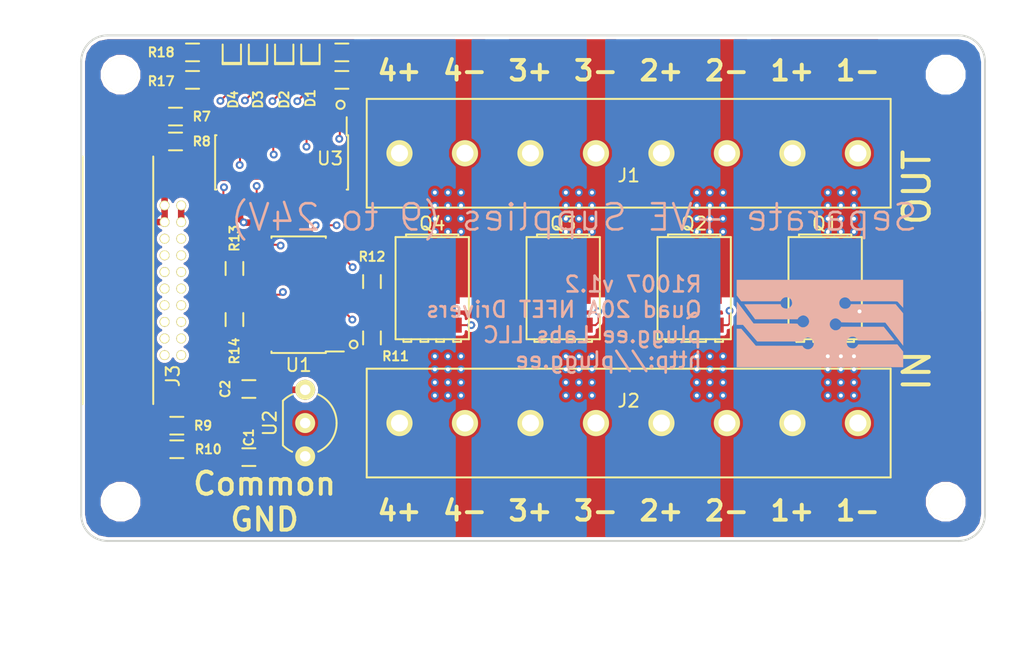
<source format=kicad_pcb>
(kicad_pcb (version 20171130) (host pcbnew "(5.1.12)-1")
  (layers (0 F.Cu signal) (1 In1.Cu signal) (2 In2.Cu signal) (31 B.Cu signal hide) (34 B.Paste user) (35 F.Paste user) (36 B.SilkS user) (37 F.SilkS user) (38 B.Mask user) (39 F.Mask user) (44 Edge.Cuts user))
  (net 0 "")
  (net 1 GNDPWR)
  (net 2 GND)
  (net 3 HT)
  (net 4 VDD)
  (net 5 /GN1)
  (net 6 /GN2)
  (net 7 /GN3)
  (net 8 /GN4)
  (net 9 PX1)
  (net 10 PX2)
  (net 11 PX3)
  (net 12 PX4)
  (net 13 +5P)
  (net 14 /INR4)
  (net 15 /INR3)
  (net 16 /INR2)
  (net 17 /INR1)
  (net 18 /IGN3)
  (net 19 /IGN4)
  (net 20 /IGN2)
  (net 21 /IGN1)
  (net 22 /N1)
  (net 23 /N4)
  (net 24 /N2)
  (net 25 /N3)
  (net 26 "Net-(D1-Pad1)")
  (net 27 "Net-(D2-Pad1)")
  (net 28 "Net-(D3-Pad1)")
  (net 29 "Net-(D4-Pad1)")
  (net 30 /VDD4)
  (net 31 /VDD3)
  (net 32 /VDD2)
  (module Main:SOT127P500X110-5 (layer F.Cu) (at 159.8 87.3)
    (fp_text reference Q1 (at 0 -4.925) (layer F.SilkS))
    (fp_text value PSMN1R2-30YLC hide)
    (pad 2 smd rect (at -0.635 2.825) (size 0.7 1.15) (layers F.Cu F.Paste F.Mask) (net 1 GNDPWR))
    (pad 1 smd rect (at -1.905 2.825) (size 0.7 1.15) (layers F.Cu F.Paste F.Mask) (net 1 GNDPWR))
    (pad 3 smd rect (at 0.635 2.825) (size 0.7 1.15) (layers F.Cu F.Paste F.Mask) (net 1 GNDPWR))
    (pad 5 smd rect (at 0 -2.65) (size 4.7 1.55) (layers F.Cu F.Mask) (net 22 /N1))
    (pad 5 smd rect (at 0 -0.45) (size 4.2 3.3) (layers F.Cu F.Mask) (net 22 /N1))
    (pad 4 smd rect (at 1.905 2.825) (size 0.7 1.15) (layers F.Cu F.Paste F.Mask) (net 5 /GN1))
  )
  (module Main:SOT127P500X110-5 (layer F.Cu) (at 149.8 87.3)
    (fp_text reference Q2 (at 0 -4.925) (layer F.SilkS))
    (fp_text value PSMN1R2-30YLC hide)
    (pad 2 smd rect (at -0.635 2.825) (size 0.7 1.15) (layers F.Cu F.Paste F.Mask) (net 1 GNDPWR))
    (pad 1 smd rect (at -1.905 2.825) (size 0.7 1.15) (layers F.Cu F.Paste F.Mask) (net 1 GNDPWR))
    (pad 3 smd rect (at 0.635 2.825) (size 0.7 1.15) (layers F.Cu F.Paste F.Mask) (net 1 GNDPWR))
    (pad 5 smd rect (at 0 -2.65) (size 4.7 1.55) (layers F.Cu F.Mask) (net 24 /N2))
    (pad 5 smd rect (at 0 -0.45) (size 4.2 3.3) (layers F.Cu F.Mask) (net 24 /N2))
    (pad 4 smd rect (at 1.905 2.825) (size 0.7 1.15) (layers F.Cu F.Paste F.Mask) (net 6 /GN2))
  )
  (module Main:SOT127P500X110-5 (layer F.Cu) (at 139.8 87.3)
    (fp_text reference Q3 (at 0 -4.925) (layer F.SilkS))
    (fp_text value PSMN1R2-30YLC hide)
    (pad 2 smd rect (at -0.635 2.825) (size 0.7 1.15) (layers F.Cu F.Paste F.Mask) (net 1 GNDPWR))
    (pad 1 smd rect (at -1.905 2.825) (size 0.7 1.15) (layers F.Cu F.Paste F.Mask) (net 1 GNDPWR))
    (pad 3 smd rect (at 0.635 2.825) (size 0.7 1.15) (layers F.Cu F.Paste F.Mask) (net 1 GNDPWR))
    (pad 5 smd rect (at 0 -2.65) (size 4.7 1.55) (layers F.Cu F.Mask) (net 25 /N3))
    (pad 5 smd rect (at 0 -0.45) (size 4.2 3.3) (layers F.Cu F.Mask) (net 25 /N3))
    (pad 4 smd rect (at 1.905 2.825) (size 0.7 1.15) (layers F.Cu F.Paste F.Mask) (net 7 /GN3))
  )
  (module Main:SOT127P500X110-5 (layer F.Cu) (at 129.8 87.3)
    (fp_text reference Q4 (at 0 -4.925) (layer F.SilkS))
    (fp_text value PSMN1R2-30YLC hide)
    (pad 2 smd rect (at -0.635 2.825) (size 0.7 1.15) (layers F.Cu F.Paste F.Mask) (net 1 GNDPWR))
    (pad 1 smd rect (at -1.905 2.825) (size 0.7 1.15) (layers F.Cu F.Paste F.Mask) (net 1 GNDPWR))
    (pad 3 smd rect (at 0.635 2.825) (size 0.7 1.15) (layers F.Cu F.Paste F.Mask) (net 1 GNDPWR))
    (pad 5 smd rect (at 0 -2.65) (size 4.7 1.55) (layers F.Cu F.Mask) (net 23 /N4))
    (pad 5 smd rect (at 0 -0.45) (size 4.2 3.3) (layers F.Cu F.Mask) (net 23 /N4))
    (pad 4 smd rect (at 1.905 2.825) (size 0.7 1.15) (layers F.Cu F.Paste F.Mask) (net 8 /GN4))
  )
  (module Main:CONN500P-01X08 (layer F.Cu) (at 144.8 77 180)
    (fp_text reference J1 (at 0 -1.7 180) (layer F.SilkS))
    (fp_text value CONN500P-01X08 hide)
    (pad 1 thru_hole circle (at -17.5 0 180) (size 2 2) (drill 1.3) (layers *.Cu *.Mask F.SilkS) (net 22 /N1))
    (pad 2 thru_hole circle (at -12.5 0 180) (size 2 2) (drill 1.3) (layers *.Cu *.Mask F.SilkS) (net 30 /VDD4))
    (pad 8 thru_hole circle (at 17.5 0 180) (size 2 2) (drill 1.3) (layers *.Cu *.Mask F.SilkS) (net 4 VDD))
    (pad 7 thru_hole circle (at 12.5 0 180) (size 2 2) (drill 1.3) (layers *.Cu *.Mask F.SilkS) (net 23 /N4))
    (pad 3 thru_hole circle (at -7.5 0 180) (size 2 2) (drill 1.3) (layers *.Cu *.Mask F.SilkS) (net 24 /N2))
    (pad 4 thru_hole circle (at -2.5 0 180) (size 2 2) (drill 1.3) (layers *.Cu *.Mask F.SilkS) (net 31 /VDD3))
    (pad 5 thru_hole circle (at 2.5 0 180) (size 2 2) (drill 1.3) (layers *.Cu *.Mask F.SilkS) (net 25 /N3))
    (pad 6 thru_hole circle (at 7.5 0 180) (size 2 2) (drill 1.3) (layers *.Cu *.Mask F.SilkS) (net 32 /VDD2))
  )
  (module Main:TO92_AMMO (layer F.Cu) (at 120.1 97.6 270)
    (fp_text reference U2 (at 0 2.7 90) (layer F.SilkS))
    (fp_text value AS78L05ZTR-E1 hide)
    (pad 2 thru_hole circle (at 0 0) (size 1.524 1.524) (drill 0.8) (layers *.Cu *.Mask F.SilkS) (net 1 GNDPWR))
    (pad 3 thru_hole circle (at 2.54 0) (size 1.524 1.524) (drill 0.8) (layers *.Cu *.Mask F.SilkS) (net 4 VDD))
    (pad 1 thru_hole circle (at -2.54 0) (size 1.524 1.524) (drill 0.8) (layers *.Cu *.Mask F.SilkS) (net 13 +5P))
  )
  (module Main:MECH_NPTH_M3 (layer F.Cu) (at 169 109)
    (fp_text reference MP1 hide)
    (fp_text value MECH_NPTH_M3 hide)
    (pad "" np_thru_hole circle (at 0 -5.4) (size 2.6 2.6) (drill 2.6) (layers *.Cu *.Mask F.SilkS))
  )
  (module Main:MECH_NPTH_M3 (layer F.Cu) (at 169 71)
    (fp_text reference MP2 hide)
    (fp_text value MECH_NPTH_M3 hide)
    (pad "" np_thru_hole circle (at 0 0) (size 2.6 2.6) (drill 2.6) (layers *.Cu *.Mask F.SilkS))
  )
  (module Main:MECH_NPTH_M3 (layer F.Cu) (at 106 71)
    (fp_text reference MP3 hide)
    (fp_text value MECH_NPTH_M3 hide)
    (pad "" np_thru_hole circle (at 0 0) (size 2.6 2.6) (drill 2.6) (layers *.Cu *.Mask F.SilkS))
  )
  (module Main:MECH_NPTH_M3 (layer F.Cu) (at 106 109)
    (fp_text reference MP4 hide)
    (fp_text value MECH_NPTH_M3 hide)
    (pad "" np_thru_hole circle (at 0 -5.4) (size 2.6 2.6) (drill 2.6) (layers *.Cu *.Mask F.SilkS))
  )
  (module pluggee:pluggeeLabsIcon-13X7 (layer B.Cu) (at 159.4 90)
    (fp_text reference A1 hide)
    (fp_text value ART hide)
  )
  (module Main:CAPC0603 (layer F.Cu) (at 115.8 100.2 180)
    (fp_text reference C1 (at 0 1.5 270) (layer F.SilkS) (effects (font (size 0.7 0.7))))
    (fp_text value CC0603KRX7R9BB104)
    (pad 1 smd rect (at -0.7745 0 180) (size 0.787 0.864) (layers F.Cu F.Paste F.Mask) (net 4 VDD))
    (pad 2 smd rect (at 0.7745 0 180) (size 0.787 0.864) (layers F.Cu F.Paste F.Mask) (net 1 GNDPWR))
  )
  (module Main:CAPC0603 (layer F.Cu) (at 115.8 95 180)
    (fp_text reference C2 (at 1.8 0 270) (layer F.SilkS) (effects (font (size 0.7 0.7))))
    (fp_text value CC0603KRX7R9BB104)
    (pad 1 smd rect (at -0.7745 0 180) (size 0.787 0.864) (layers F.Cu F.Paste F.Mask) (net 13 +5P))
    (pad 2 smd rect (at 0.7745 0 180) (size 0.787 0.864) (layers F.Cu F.Paste F.Mask) (net 1 GNDPWR))
  )
  (module Main:DIOC200X120X110 (layer F.Cu) (at 120.5 70.4 270)
    (fp_text reference D1 (at 2.4 0 270) (layer F.SilkS) (effects (font (size 0.7 0.7))))
    (fp_text value LTW-170TK hide)
    (pad 1 smd rect (at -1.05 0 270) (size 1.2 1.2) (layers F.Cu F.Paste F.Mask) (net 26 "Net-(D1-Pad1)"))
    (pad 2 smd rect (at 1.05 0 270) (size 1.2 1.2) (layers F.Cu F.Paste F.Mask) (net 5 /GN1))
  )
  (module Main:DIOC200X120X110 (layer F.Cu) (at 118.5 70.4 270)
    (fp_text reference D2 (at 2.5 0 270) (layer F.SilkS) (effects (font (size 0.7 0.7))))
    (fp_text value LTW-170TK hide)
    (pad 1 smd rect (at -1.05 0 270) (size 1.2 1.2) (layers F.Cu F.Paste F.Mask) (net 27 "Net-(D2-Pad1)"))
    (pad 2 smd rect (at 1.05 0 270) (size 1.2 1.2) (layers F.Cu F.Paste F.Mask) (net 6 /GN2))
  )
  (module Main:DIOC200X120X110 (layer F.Cu) (at 116.5 70.4 270)
    (fp_text reference D3 (at 2.5 0 270) (layer F.SilkS) (effects (font (size 0.7 0.7))))
    (fp_text value LTW-170TK hide)
    (pad 1 smd rect (at -1.05 0 270) (size 1.2 1.2) (layers F.Cu F.Paste F.Mask) (net 28 "Net-(D3-Pad1)"))
    (pad 2 smd rect (at 1.05 0 270) (size 1.2 1.2) (layers F.Cu F.Paste F.Mask) (net 7 /GN3))
  )
  (module Main:DIOC200X120X110 (layer F.Cu) (at 114.5 70.4 270)
    (fp_text reference D4 (at 2.5 -0.1 90) (layer F.SilkS) (effects (font (size 0.7 0.7))))
    (fp_text value LTW-170TK hide)
    (pad 1 smd rect (at -1.05 0 270) (size 1.2 1.2) (layers F.Cu F.Paste F.Mask) (net 29 "Net-(D4-Pad1)"))
    (pad 2 smd rect (at 1.05 0 270) (size 1.2 1.2) (layers F.Cu F.Paste F.Mask) (net 8 /GN4))
  )
  (module Main:RESC0603 (layer F.Cu) (at 110.2 74.2 180)
    (fp_text reference R7 (at -2 0 180) (layer F.SilkS) (effects (font (size 0.7 0.7))))
    (fp_text value RC0603FR-071KL)
    (pad 1 smd rect (at -0.7745 0 180) (size 0.787 0.864) (layers F.Cu F.Paste F.Mask) (net 14 /INR4))
    (pad 2 smd rect (at 0.7745 0 180) (size 0.787 0.864) (layers F.Cu F.Paste F.Mask) (net 2 GND))
  )
  (module Main:RESC0603 (layer F.Cu) (at 110.2 76.1 180)
    (fp_text reference R8 (at -2 0 180) (layer F.SilkS) (effects (font (size 0.7 0.7))))
    (fp_text value RC0603FR-071KL)
    (pad 1 smd rect (at -0.7745 0 180) (size 0.787 0.864) (layers F.Cu F.Paste F.Mask) (net 15 /INR3))
    (pad 2 smd rect (at 0.7745 0 180) (size 0.787 0.864) (layers F.Cu F.Paste F.Mask) (net 2 GND))
  )
  (module Main:RESC0603 (layer F.Cu) (at 110.3 97.8 180)
    (fp_text reference R9 (at -2 0 180) (layer F.SilkS) (effects (font (size 0.7 0.7))))
    (fp_text value RC0603FR-071KL)
    (pad 1 smd rect (at -0.7745 0 180) (size 0.787 0.864) (layers F.Cu F.Paste F.Mask) (net 16 /INR2))
    (pad 2 smd rect (at 0.7745 0 180) (size 0.787 0.864) (layers F.Cu F.Paste F.Mask) (net 2 GND))
  )
  (module Main:RESC0603 (layer F.Cu) (at 110.3 99.6 180)
    (fp_text reference R10 (at -2.4 0 180) (layer F.SilkS) (effects (font (size 0.7 0.7))))
    (fp_text value RC0603FR-071KL)
    (pad 1 smd rect (at -0.7745 0 180) (size 0.787 0.864) (layers F.Cu F.Paste F.Mask) (net 17 /INR1))
    (pad 2 smd rect (at 0.7745 0 180) (size 0.787 0.864) (layers F.Cu F.Paste F.Mask) (net 2 GND))
  )
  (module Main:RESC0603 (layer F.Cu) (at 125.2 91.1 270)
    (fp_text reference R11 (at 1.4 -1.8) (layer F.SilkS) (effects (font (size 0.7 0.7))))
    (fp_text value RC0603FR-074K7L)
    (pad 1 smd rect (at -0.7745 0 270) (size 0.787 0.864) (layers F.Cu F.Paste F.Mask) (net 19 /IGN4))
    (pad 2 smd rect (at 0.7745 0 270) (size 0.787 0.864) (layers F.Cu F.Paste F.Mask) (net 1 GNDPWR))
  )
  (module Main:RESC0603 (layer F.Cu) (at 125.2 86.8 270)
    (fp_text reference R12 (at -1.9 0) (layer F.SilkS) (effects (font (size 0.7 0.7))))
    (fp_text value RC0603FR-074K7L)
    (pad 1 smd rect (at -0.7745 0 270) (size 0.787 0.864) (layers F.Cu F.Paste F.Mask) (net 18 /IGN3))
    (pad 2 smd rect (at 0.7745 0 270) (size 0.787 0.864) (layers F.Cu F.Paste F.Mask) (net 1 GNDPWR))
  )
  (module Main:RESC0603 (layer F.Cu) (at 114.7 85.8 270)
    (fp_text reference R13 (at -2.3 0 270) (layer F.SilkS) (effects (font (size 0.7 0.7))))
    (fp_text value RC0603FR-074K7L)
    (pad 1 smd rect (at -0.7745 0 270) (size 0.787 0.864) (layers F.Cu F.Paste F.Mask) (net 20 /IGN2))
    (pad 2 smd rect (at 0.7745 0 270) (size 0.787 0.864) (layers F.Cu F.Paste F.Mask) (net 1 GNDPWR))
  )
  (module Main:RESC0603 (layer F.Cu) (at 114.7 89.7 270)
    (fp_text reference R14 (at 2.4 0 270) (layer F.SilkS) (effects (font (size 0.7 0.7))))
    (fp_text value RC0603FR-074K7L)
    (pad 1 smd rect (at -0.7745 0 270) (size 0.787 0.864) (layers F.Cu F.Paste F.Mask) (net 21 /IGN1))
    (pad 2 smd rect (at 0.7745 0 270) (size 0.787 0.864) (layers F.Cu F.Paste F.Mask) (net 1 GNDPWR))
  )
  (module Main:RESC0603 (layer F.Cu) (at 122.9 69.3)
    (fp_text reference R15 hide)
    (fp_text value RC0603FR-071KL)
    (pad 1 smd rect (at -0.7745 0) (size 0.787 0.864) (layers F.Cu F.Paste F.Mask) (net 26 "Net-(D1-Pad1)"))
    (pad 2 smd rect (at 0.7745 0) (size 0.787 0.864) (layers F.Cu F.Paste F.Mask) (net 1 GNDPWR))
  )
  (module Main:RESC0603 (layer F.Cu) (at 122.9 71.4)
    (fp_text reference R16 hide)
    (fp_text value RC0603FR-071KL)
    (pad 1 smd rect (at -0.7745 0) (size 0.787 0.864) (layers F.Cu F.Paste F.Mask) (net 27 "Net-(D2-Pad1)"))
    (pad 2 smd rect (at 0.7745 0) (size 0.787 0.864) (layers F.Cu F.Paste F.Mask) (net 1 GNDPWR))
  )
  (module Main:RESC0603 (layer F.Cu) (at 111.5 71.4 180)
    (fp_text reference R17 (at 2.4 -0.1 180) (layer F.SilkS) (effects (font (size 0.7 0.7))))
    (fp_text value RC0603FR-071KL)
    (pad 1 smd rect (at -0.7745 0 180) (size 0.787 0.864) (layers F.Cu F.Paste F.Mask) (net 28 "Net-(D3-Pad1)"))
    (pad 2 smd rect (at 0.7745 0 180) (size 0.787 0.864) (layers F.Cu F.Paste F.Mask) (net 1 GNDPWR))
  )
  (module Main:RESC0603 (layer F.Cu) (at 111.5 69.3 180)
    (fp_text reference R18 (at 2.4 0 180) (layer F.SilkS) (effects (font (size 0.7 0.7))))
    (fp_text value RC0603FR-071KL)
    (pad 1 smd rect (at -0.7745 0 180) (size 0.787 0.864) (layers F.Cu F.Paste F.Mask) (net 29 "Net-(D4-Pad1)"))
    (pad 2 smd rect (at 0.7745 0 180) (size 0.787 0.864) (layers F.Cu F.Paste F.Mask) (net 1 GNDPWR))
  )
  (module Main:CONN500P-01X08 (layer F.Cu) (at 144.8 97.6)
    (fp_text reference J2 (at 0 -1.7) (layer F.SilkS))
    (fp_text value CONN500P-01X08 hide)
    (pad 1 thru_hole circle (at -17.5 0) (size 2 2) (drill 1.3) (layers *.Cu *.Mask F.SilkS) (net 4 VDD))
    (pad 2 thru_hole circle (at -12.5 0) (size 2 2) (drill 1.3) (layers *.Cu *.Mask F.SilkS) (net 1 GNDPWR))
    (pad 8 thru_hole circle (at 17.5 0) (size 2 2) (drill 1.3) (layers *.Cu *.Mask F.SilkS) (net 1 GNDPWR))
    (pad 7 thru_hole circle (at 12.5 0) (size 2 2) (drill 1.3) (layers *.Cu *.Mask F.SilkS) (net 30 /VDD4))
    (pad 3 thru_hole circle (at -7.5 0) (size 2 2) (drill 1.3) (layers *.Cu *.Mask F.SilkS) (net 32 /VDD2))
    (pad 4 thru_hole circle (at -2.5 0) (size 2 2) (drill 1.3) (layers *.Cu *.Mask F.SilkS) (net 1 GNDPWR))
    (pad 5 thru_hole circle (at 2.5 0) (size 2 2) (drill 1.3) (layers *.Cu *.Mask F.SilkS) (net 31 /VDD3))
    (pad 6 thru_hole circle (at 7.5 0) (size 2 2) (drill 1.3) (layers *.Cu *.Mask F.SilkS) (net 1 GNDPWR))
  )
  (module Main:SOIC127P1030X455X210-16 (layer F.Cu) (at 118.3 77.7 270)
    (fp_text reference U3 (at -0.3 -3.7) (layer F.SilkS))
    (fp_text value TLP293-4 hide)
    (pad 1 smd rect (at -3.15 -4.445 270) (size 1.2 0.8) (layers F.Cu F.Paste F.Mask) (net 9 PX1))
    (pad 2 smd rect (at -3.15 -3.175 270) (size 1.2 0.8) (layers F.Cu F.Paste F.Mask) (net 17 /INR1))
    (pad 3 smd rect (at -3.15 -1.905 270) (size 1.2 0.8) (layers F.Cu F.Paste F.Mask) (net 10 PX2))
    (pad 4 smd rect (at -3.15 -0.635 270) (size 1.2 0.8) (layers F.Cu F.Paste F.Mask) (net 16 /INR2))
    (pad 5 smd rect (at -3.15 0.635 270) (size 1.2 0.8) (layers F.Cu F.Paste F.Mask) (net 11 PX3))
    (pad 6 smd rect (at -3.15 1.905 270) (size 1.2 0.8) (layers F.Cu F.Paste F.Mask) (net 15 /INR3))
    (pad 7 smd rect (at -3.15 3.175 270) (size 1.2 0.8) (layers F.Cu F.Paste F.Mask) (net 12 PX4))
    (pad 8 smd rect (at -3.15 4.445 270) (size 1.2 0.8) (layers F.Cu F.Paste F.Mask) (net 14 /INR4))
    (pad 9 smd rect (at 3.15 4.445 270) (size 1.2 0.8) (layers F.Cu F.Paste F.Mask) (net 19 /IGN4))
    (pad 10 smd rect (at 3.15 3.175 270) (size 1.2 0.8) (layers F.Cu F.Paste F.Mask) (net 13 +5P))
    (pad 11 smd rect (at 3.15 1.905 270) (size 1.2 0.8) (layers F.Cu F.Paste F.Mask) (net 18 /IGN3))
    (pad 12 smd rect (at 3.15 0.635 270) (size 1.2 0.8) (layers F.Cu F.Paste F.Mask) (net 13 +5P))
    (pad 13 smd rect (at 3.15 -0.635 270) (size 1.2 0.8) (layers F.Cu F.Paste F.Mask) (net 20 /IGN2))
    (pad 14 smd rect (at 3.15 -1.905 270) (size 1.2 0.8) (layers F.Cu F.Paste F.Mask) (net 13 +5P))
    (pad 15 smd rect (at 3.15 -3.175 270) (size 1.2 0.8) (layers F.Cu F.Paste F.Mask) (net 21 /IGN1))
    (pad 16 smd rect (at 3.15 -4.445 270) (size 1.2 0.8) (layers F.Cu F.Paste F.Mask) (net 13 +5P))
  )
  (module Main:SOIC127P870X390X175-14 (layer F.Cu) (at 119.6 87.8 180)
    (fp_text reference U1 (at 0 -5.375 180) (layer F.SilkS))
    (fp_text value 74HC125 hide)
    (pad 1 smd rect (at -2.7 -3.81 180) (size 1.5 0.6) (layers F.Cu F.Paste F.Mask) (net 1 GNDPWR))
    (pad 2 smd rect (at -2.7 -2.54 180) (size 1.5 0.6) (layers F.Cu F.Paste F.Mask) (net 19 /IGN4))
    (pad 3 smd rect (at -2.7 -1.27 180) (size 1.5 0.6) (layers F.Cu F.Paste F.Mask) (net 8 /GN4))
    (pad 4 smd rect (at -2.7 0 180) (size 1.5 0.6) (layers F.Cu F.Paste F.Mask) (net 1 GNDPWR))
    (pad 5 smd rect (at -2.7 1.27 180) (size 1.5 0.6) (layers F.Cu F.Paste F.Mask) (net 18 /IGN3))
    (pad 6 smd rect (at -2.7 2.54 180) (size 1.5 0.6) (layers F.Cu F.Paste F.Mask) (net 7 /GN3))
    (pad 7 smd rect (at -2.7 3.81 180) (size 1.5 0.6) (layers F.Cu F.Paste F.Mask) (net 1 GNDPWR))
    (pad 8 smd rect (at 2.7 3.81 180) (size 1.5 0.6) (layers F.Cu F.Paste F.Mask) (net 6 /GN2))
    (pad 9 smd rect (at 2.7 2.54 180) (size 1.5 0.6) (layers F.Cu F.Paste F.Mask) (net 20 /IGN2))
    (pad 10 smd rect (at 2.7 1.27 180) (size 1.5 0.6) (layers F.Cu F.Paste F.Mask) (net 1 GNDPWR))
    (pad 11 smd rect (at 2.7 0 180) (size 1.5 0.6) (layers F.Cu F.Paste F.Mask) (net 5 /GN1))
    (pad 12 smd rect (at 2.7 -1.27 180) (size 1.5 0.6) (layers F.Cu F.Paste F.Mask) (net 21 /IGN1))
    (pad 13 smd rect (at 2.7 -2.54 180) (size 1.5 0.6) (layers F.Cu F.Paste F.Mask) (net 1 GNDPWR))
    (pad 14 smd rect (at 2.7 -3.81 180) (size 1.5 0.6) (layers F.Cu F.Paste F.Mask) (net 13 +5P))
  )
  (module Main:FIDTOP001 (layer F.Cu) (at 106 99.6)
    (fp_text reference FID1 hide)
    (fp_text value FIDTOP001 hide)
    (pad ~ smd circle (at 0 0) (size 1 1) (layers F.Cu F.Mask) (clearance 0.77))
  )
  (module Main:FIDTOP001 (layer F.Cu) (at 169 99.6)
    (fp_text reference FID2 hide)
    (fp_text value FIDTOP001 hide)
    (pad ~ smd circle (at 0 0) (size 1 1) (layers F.Cu F.Mask) (clearance 0.77))
  )
  (module Main:FIDTOP001 (layer F.Cu) (at 106 75)
    (fp_text reference FID3 hide)
    (fp_text value FIDTOP001 hide)
    (pad ~ smd circle (at 0 0) (size 1 1) (layers F.Cu F.Mask) (clearance 0.77))
  )
  (module Main:CONN127P-02X10 (layer F.Cu) (at 110 86.7 270)
    (fp_text reference J3 (at 7.3 0 270) (layer F.SilkS))
    (fp_text value CONN_R1000A_EXTENSION hide)
    (pad 20 thru_hole circle (at -5.715 0.635 270) (size 0.75 0.75) (drill 0.6) (layers *.Cu *.Mask F.SilkS) (net 2 GND))
    (pad 19 thru_hole circle (at -5.715 -0.635 270) (size 0.75 0.75) (drill 0.6) (layers *.Cu *.Mask F.SilkS) (net 3 HT))
    (pad 2 thru_hole circle (at 5.715 0.635 270) (size 0.75 0.75) (drill 0.6) (layers *.Cu *.Mask F.SilkS))
    (pad 18 thru_hole circle (at -4.445 0.635 270) (size 0.75 0.75) (drill 0.6) (layers *.Cu *.Mask F.SilkS) (net 2 GND))
    (pad 17 thru_hole circle (at -4.445 -0.635 270) (size 0.75 0.75) (drill 0.6) (layers *.Cu *.Mask F.SilkS) (net 3 HT))
    (pad 16 thru_hole circle (at -3.175 0.635 270) (size 0.75 0.75) (drill 0.6) (layers *.Cu *.Mask F.SilkS))
    (pad 15 thru_hole circle (at -3.175 -0.635 270) (size 0.75 0.75) (drill 0.6) (layers *.Cu *.Mask F.SilkS))
    (pad 14 thru_hole circle (at -1.905 0.635 270) (size 0.75 0.75) (drill 0.6) (layers *.Cu *.Mask F.SilkS))
    (pad 13 thru_hole circle (at -1.905 -0.635 270) (size 0.75 0.75) (drill 0.6) (layers *.Cu *.Mask F.SilkS) (net 9 PX1))
    (pad 12 thru_hole circle (at -0.635 0.635 270) (size 0.75 0.75) (drill 0.6) (layers *.Cu *.Mask F.SilkS))
    (pad 11 thru_hole circle (at -0.635 -0.635 270) (size 0.75 0.75) (drill 0.6) (layers *.Cu *.Mask F.SilkS) (net 10 PX2))
    (pad 10 thru_hole circle (at 0.635 0.635 270) (size 0.75 0.75) (drill 0.6) (layers *.Cu *.Mask F.SilkS))
    (pad 9 thru_hole circle (at 0.635 -0.635 270) (size 0.75 0.75) (drill 0.6) (layers *.Cu *.Mask F.SilkS) (net 11 PX3))
    (pad 8 thru_hole circle (at 1.905 0.635 270) (size 0.75 0.75) (drill 0.6) (layers *.Cu *.Mask F.SilkS))
    (pad 7 thru_hole circle (at 1.905 -0.635 270) (size 0.75 0.75) (drill 0.6) (layers *.Cu *.Mask F.SilkS) (net 12 PX4))
    (pad 6 thru_hole circle (at 3.175 0.635 270) (size 0.75 0.75) (drill 0.6) (layers *.Cu *.Mask F.SilkS))
    (pad 5 thru_hole circle (at 3.175 -0.635 270) (size 0.75 0.75) (drill 0.6) (layers *.Cu *.Mask F.SilkS))
    (pad 4 thru_hole circle (at 4.445 0.635 270) (size 0.75 0.75) (drill 0.6) (layers *.Cu *.Mask F.SilkS))
    (pad 3 thru_hole circle (at 4.445 -0.635 270) (size 0.75 0.75) (drill 0.6) (layers *.Cu *.Mask F.SilkS))
    (pad 1 thru_hole circle (at 5.715 -0.635 270) (size 0.75 0.75) (drill 0.6) (layers *.Cu *.Mask F.SilkS))
  )
  (gr_text "Separate +VE Supplies (9 to 24V)" (at 167 81.9) (layer B.SilkS) (effects (font (size 2 2) (thickness 0.2)) (justify left mirror)))
  (gr_text IN (at 166.8 93.6 90) (layer F.SilkS) (effects (font (size 2 2) (thickness 0.3))))
  (gr_text 4- (at 132.3 104.3) (layer F.SilkS) (effects (font (size 1.5 1.5) (thickness 0.3))))
  (gr_text 4+ (at 127.3 104.3) (layer F.SilkS) (effects (font (size 1.5 1.5) (thickness 0.3))))
  (gr_text 3- (at 142.3 104.3) (layer F.SilkS) (effects (font (size 1.5 1.5) (thickness 0.3))))
  (gr_text 3+ (at 137.3 104.3) (layer F.SilkS) (effects (font (size 1.5 1.5) (thickness 0.3))))
  (gr_text 2- (at 152.3 104.3) (layer F.SilkS) (effects (font (size 1.5 1.5) (thickness 0.3))))
  (gr_text 2+ (at 147.3 104.3) (layer F.SilkS) (effects (font (size 1.5 1.5) (thickness 0.3))))
  (gr_text 1- (at 162.3 104.3) (layer F.SilkS) (effects (font (size 1.5 1.5) (thickness 0.3))))
  (gr_text 1+ (at 157.3 104.3) (layer F.SilkS) (effects (font (size 1.5 1.5) (thickness 0.3))))
  (gr_text OUT (at 166.8 79.6 90) (layer F.SilkS) (effects (font (size 2 2) (thickness 0.3))))
  (gr_text "R1007 v1.2\nQuad 20A NFET Drivers\nplugg.ee Labs LLC\nhttp://plugg.ee" (at 150.5 89.9) (layer B.SilkS) (effects (font (size 1.2 1.2) (thickness 0.2)) (justify left mirror)))
  (gr_text "Common\nGND" (at 117 103.6) (layer F.SilkS) (effects (font (size 1.7 1.7) (thickness 0.3))))
  (gr_text 1+ (at 157.3 70.7) (layer F.SilkS) (effects (font (size 1.5 1.5) (thickness 0.3))))
  (gr_text 1- (at 162.3 70.7) (layer F.SilkS) (effects (font (size 1.5 1.5) (thickness 0.3))))
  (gr_text 2+ (at 147.3 70.7) (layer F.SilkS) (effects (font (size 1.5 1.5) (thickness 0.3))))
  (gr_text 2- (at 152.3 70.7) (layer F.SilkS) (effects (font (size 1.5 1.5) (thickness 0.3))))
  (gr_text 3+ (at 137.3 70.7) (layer F.SilkS) (effects (font (size 1.5 1.5) (thickness 0.3))))
  (gr_text 3- (at 142.3 70.7) (layer F.SilkS) (effects (font (size 1.5 1.5) (thickness 0.3))))
  (gr_text 4+ (at 127.3 70.7) (layer F.SilkS) (effects (font (size 1.5 1.5) (thickness 0.3))))
  (gr_text 4- (at 132.3 70.7) (layer F.SilkS) (effects (font (size 1.5 1.5) (thickness 0.3))))
  (gr_arc (start 170 70) (end 170 68) (angle 90) (layer Edge.Cuts) (width 0.15))
  (gr_arc (start 170 104.6) (end 172 104.6) (angle 90) (layer Edge.Cuts) (width 0.15))
  (gr_line (start 172 70) (end 172 104.6) (angle 90) (layer Edge.Cuts) (width 0.15))
  (gr_line (start 170 106.6) (end 105 106.6) (angle 90) (layer Edge.Cuts) (width 0.15))
  (gr_line (start 103 70) (end 103 104.6) (angle 90) (layer Edge.Cuts) (width 0.15))
  (gr_arc (start 105 104.6) (end 105 106.6) (angle 90) (layer Edge.Cuts) (width 0.15))
  (gr_arc (start 105 70) (end 103 70) (angle 90) (layer Edge.Cuts) (width 0.15))
  (gr_line (start 170 68) (end 105 68) (angle 90) (layer Edge.Cuts) (width 0.15))
  (segment (start 162.3 97.6) (end 162.3 95.8) (width 0.25) (layer F.Cu) (net 1))
  (via (at 160 92.5) (size 0.6) (drill 0.3) (layers F.Cu B.Cu) (net 1))
  (via (at 160 93.5) (size 0.6) (drill 0.3) (layers F.Cu B.Cu) (net 1))
  (segment (start 160 94.5) (end 160 93.5) (width 0.25) (layer F.Cu) (net 1))
  (via (at 160 94.5) (size 0.6) (drill 0.3) (layers F.Cu B.Cu) (net 1))
  (via (at 160 95.5) (size 0.6) (drill 0.3) (layers F.Cu B.Cu) (net 1))
  (segment (start 161 95.5) (end 160 95.5) (width 0.25) (layer F.Cu) (net 1))
  (via (at 161 95.5) (size 0.6) (drill 0.3) (layers F.Cu B.Cu) (net 1))
  (via (at 161 94.5) (size 0.6) (drill 0.3) (layers F.Cu B.Cu) (net 1))
  (segment (start 161 93.5) (end 161 94.5) (width 0.25) (layer F.Cu) (net 1))
  (via (at 161 93.5) (size 0.6) (drill 0.3) (layers F.Cu B.Cu) (net 1))
  (via (at 161 92.5) (size 0.6) (drill 0.3) (layers F.Cu B.Cu) (net 1))
  (segment (start 162 92.5) (end 161 92.5) (width 0.25) (layer F.Cu) (net 1))
  (via (at 162 92.5) (size 0.6) (drill 0.3) (layers F.Cu B.Cu) (net 1))
  (via (at 162 93.5) (size 0.6) (drill 0.3) (layers F.Cu B.Cu) (net 1))
  (segment (start 162 94.5) (end 162 93.5) (width 0.25) (layer F.Cu) (net 1))
  (via (at 162 94.5) (size 0.6) (drill 0.3) (layers F.Cu B.Cu) (net 1))
  (via (at 162 95.5) (size 0.6) (drill 0.3) (layers F.Cu B.Cu) (net 1))
  (segment (start 162.3 95.8) (end 162 95.5) (width 0.25) (layer F.Cu) (net 1))
  (segment (start 152.3 97.6) (end 152.3 95.8) (width 0.25) (layer F.Cu) (net 1))
  (via (at 150 92.5) (size 0.6) (drill 0.3) (layers F.Cu B.Cu) (net 1))
  (via (at 150 93.5) (size 0.6) (drill 0.3) (layers F.Cu B.Cu) (net 1))
  (segment (start 150 94.5) (end 150 93.5) (width 0.25) (layer F.Cu) (net 1))
  (via (at 150 94.5) (size 0.6) (drill 0.3) (layers F.Cu B.Cu) (net 1))
  (via (at 150 95.5) (size 0.6) (drill 0.3) (layers F.Cu B.Cu) (net 1))
  (segment (start 151 95.5) (end 150 95.5) (width 0.25) (layer F.Cu) (net 1))
  (via (at 151 95.5) (size 0.6) (drill 0.3) (layers F.Cu B.Cu) (net 1))
  (via (at 151 94.5) (size 0.6) (drill 0.3) (layers F.Cu B.Cu) (net 1))
  (segment (start 151 93.5) (end 151 94.5) (width 0.25) (layer F.Cu) (net 1))
  (via (at 151 93.5) (size 0.6) (drill 0.3) (layers F.Cu B.Cu) (net 1))
  (via (at 151 92.5) (size 0.6) (drill 0.3) (layers F.Cu B.Cu) (net 1))
  (segment (start 152 92.5) (end 151 92.5) (width 0.25) (layer F.Cu) (net 1))
  (via (at 152 92.5) (size 0.6) (drill 0.3) (layers F.Cu B.Cu) (net 1))
  (via (at 152 93.5) (size 0.6) (drill 0.3) (layers F.Cu B.Cu) (net 1))
  (segment (start 152 94.5) (end 152 93.5) (width 0.25) (layer F.Cu) (net 1))
  (via (at 152 94.5) (size 0.6) (drill 0.3) (layers F.Cu B.Cu) (net 1))
  (via (at 152 95.5) (size 0.6) (drill 0.3) (layers F.Cu B.Cu) (net 1))
  (segment (start 152.3 95.8) (end 152 95.5) (width 0.25) (layer F.Cu) (net 1))
  (segment (start 142.3 97.6) (end 142.3 95.8) (width 0.25) (layer F.Cu) (net 1))
  (via (at 140 92.5) (size 0.6) (drill 0.3) (layers F.Cu B.Cu) (net 1))
  (via (at 140 93.5) (size 0.6) (drill 0.3) (layers F.Cu B.Cu) (net 1))
  (segment (start 140 94.5) (end 140 93.5) (width 0.25) (layer F.Cu) (net 1))
  (via (at 140 94.5) (size 0.6) (drill 0.3) (layers F.Cu B.Cu) (net 1))
  (via (at 140 95.5) (size 0.6) (drill 0.3) (layers F.Cu B.Cu) (net 1))
  (segment (start 141 95.5) (end 140 95.5) (width 0.25) (layer F.Cu) (net 1))
  (via (at 141 95.5) (size 0.6) (drill 0.3) (layers F.Cu B.Cu) (net 1))
  (via (at 141 94.5) (size 0.6) (drill 0.3) (layers F.Cu B.Cu) (net 1))
  (segment (start 141 93.5) (end 141 94.5) (width 0.25) (layer F.Cu) (net 1))
  (via (at 141 93.5) (size 0.6) (drill 0.3) (layers F.Cu B.Cu) (net 1))
  (via (at 141 92.5) (size 0.6) (drill 0.3) (layers F.Cu B.Cu) (net 1))
  (segment (start 142 92.5) (end 141 92.5) (width 0.25) (layer F.Cu) (net 1))
  (via (at 142 92.5) (size 0.6) (drill 0.3) (layers F.Cu B.Cu) (net 1))
  (via (at 142 93.5) (size 0.6) (drill 0.3) (layers F.Cu B.Cu) (net 1))
  (segment (start 142 94.5) (end 142 93.5) (width 0.25) (layer F.Cu) (net 1))
  (via (at 142 94.5) (size 0.6) (drill 0.3) (layers F.Cu B.Cu) (net 1))
  (via (at 142 95.5) (size 0.6) (drill 0.3) (layers F.Cu B.Cu) (net 1))
  (segment (start 142.3 95.8) (end 142 95.5) (width 0.25) (layer F.Cu) (net 1))
  (segment (start 132.3 97.6) (end 132.3 95.8) (width 0.25) (layer F.Cu) (net 1))
  (via (at 130 92.5) (size 0.6) (drill 0.3) (layers F.Cu B.Cu) (net 1))
  (via (at 130 93.5) (size 0.6) (drill 0.3) (layers F.Cu B.Cu) (net 1))
  (segment (start 130 94.5) (end 130 93.5) (width 0.25) (layer F.Cu) (net 1))
  (via (at 130 94.5) (size 0.6) (drill 0.3) (layers F.Cu B.Cu) (net 1))
  (via (at 130 95.5) (size 0.6) (drill 0.3) (layers F.Cu B.Cu) (net 1))
  (segment (start 131 95.5) (end 130 95.5) (width 0.25) (layer F.Cu) (net 1))
  (via (at 131 95.5) (size 0.6) (drill 0.3) (layers F.Cu B.Cu) (net 1))
  (via (at 131 94.5) (size 0.6) (drill 0.3) (layers F.Cu B.Cu) (net 1))
  (segment (start 131 93.5) (end 131 94.5) (width 0.25) (layer F.Cu) (net 1))
  (via (at 131 93.5) (size 0.6) (drill 0.3) (layers F.Cu B.Cu) (net 1))
  (via (at 131 92.5) (size 0.6) (drill 0.3) (layers F.Cu B.Cu) (net 1))
  (segment (start 132 92.5) (end 131 92.5) (width 0.25) (layer F.Cu) (net 1))
  (via (at 132 92.5) (size 0.6) (drill 0.3) (layers F.Cu B.Cu) (net 1))
  (via (at 132 93.5) (size 0.6) (drill 0.3) (layers F.Cu B.Cu) (net 1))
  (segment (start 132 94.5) (end 132 93.5) (width 0.25) (layer F.Cu) (net 1))
  (via (at 132 94.5) (size 0.6) (drill 0.3) (layers F.Cu B.Cu) (net 1))
  (via (at 132 95.5) (size 0.6) (drill 0.3) (layers F.Cu B.Cu) (net 1))
  (segment (start 132.3 95.8) (end 132 95.5) (width 0.25) (layer F.Cu) (net 1))
  (segment (start 122.3 87.8) (end 124.9745 87.8) (width 0.25) (layer F.Cu) (net 1))
  (segment (start 124.9745 87.8) (end 125.2 87.5745) (width 0.25) (layer F.Cu) (net 1))
  (segment (start 109.365 80.985) (end 109.365 76.1605) (width 0.5) (layer F.Cu) (net 2))
  (segment (start 109.365 76.1605) (end 109.4255 76.1) (width 0.5) (layer F.Cu) (net 2))
  (segment (start 109.4255 76.1) (end 109.4255 74.2) (width 0.5) (layer F.Cu) (net 2))
  (segment (start 109.5255 99.6) (end 109.5255 97.8) (width 0.5) (layer F.Cu) (net 2))
  (segment (start 109.5255 97.8) (end 108.025 96.2995) (width 0.5) (layer F.Cu) (net 2))
  (segment (start 108.025 96.2995) (end 108.025 82.95) (width 0.5) (layer F.Cu) (net 2))
  (segment (start 108.025 82.95) (end 108.72 82.255) (width 0.5) (layer F.Cu) (net 2))
  (segment (start 108.72 82.255) (end 109.365 82.255) (width 0.5) (layer F.Cu) (net 2))
  (segment (start 109.365 82.255) (end 109.365 80.985) (width 0.5) (layer F.Cu) (net 2))
  (segment (start 110.635 80.985) (end 110.635 82.255) (width 0.5) (layer F.Cu) (net 3))
  (segment (start 120.1 100.14) (end 116.6345 100.14) (width 0.5) (layer F.Cu) (net 4))
  (segment (start 116.6345 100.14) (end 116.5745 100.2) (width 0.5) (layer F.Cu) (net 4))
  (segment (start 119.5 73.025) (end 120.5 72.025) (width 0.15) (layer F.Cu) (net 5))
  (via (at 119.5 73.025) (size 0.6) (drill 0.3) (layers F.Cu B.Cu) (net 5))
  (segment (start 120.5 72.025) (end 120.5 71.45) (width 0.15) (layer F.Cu) (net 5))
  (segment (start 162.425 89.075) (end 162.425 90.075) (width 0.15) (layer F.Cu) (net 5))
  (segment (start 118.2 87.8) (end 118.4 87.6) (width 0.15) (layer F.Cu) (net 5))
  (via (at 118.4 87.6) (size 0.6) (drill 0.3) (layers F.Cu B.Cu) (net 5))
  (via (at 162.425 89.075) (size 0.6) (drill 0.3) (layers F.Cu B.Cu) (net 5))
  (segment (start 116.9 87.8) (end 118.2 87.8) (width 0.15) (layer F.Cu) (net 5))
  (segment (start 162.375 90.125) (end 161.705 90.125) (width 0.15) (layer F.Cu) (net 5))
  (segment (start 162.425 90.075) (end 162.375 90.125) (width 0.15) (layer F.Cu) (net 5))
  (segment (start 118.5 72.125) (end 118.5 71.45) (width 0.15) (layer F.Cu) (net 6))
  (segment (start 117.6 73.025) (end 118.5 72.125) (width 0.15) (layer F.Cu) (net 6))
  (via (at 117.6 73.025) (size 0.6) (drill 0.3) (layers F.Cu B.Cu) (net 6))
  (segment (start 152.5 89.025) (end 152.5 90) (width 0.15) (layer F.Cu) (net 6))
  (segment (start 118.165 83.99) (end 118.225 84.05) (width 0.15) (layer F.Cu) (net 6))
  (via (at 118.225 84.05) (size 0.6) (drill 0.3) (layers F.Cu B.Cu) (net 6))
  (via (at 152.5 89.025) (size 0.6) (drill 0.3) (layers F.Cu B.Cu) (net 6))
  (segment (start 116.9 83.99) (end 118.165 83.99) (width 0.15) (layer F.Cu) (net 6))
  (segment (start 152.375 90.125) (end 151.705 90.125) (width 0.15) (layer F.Cu) (net 6))
  (segment (start 152.5 90) (end 152.375 90.125) (width 0.15) (layer F.Cu) (net 6))
  (segment (start 115.5 72.975) (end 116.5 71.975) (width 0.15) (layer F.Cu) (net 7))
  (via (at 115.5 72.975) (size 0.6) (drill 0.3) (layers F.Cu B.Cu) (net 7))
  (segment (start 116.5 71.975) (end 116.5 71.45) (width 0.15) (layer F.Cu) (net 7))
  (segment (start 142.5 89.1) (end 142.5 89.9) (width 0.15) (layer F.Cu) (net 7))
  (segment (start 142.275 90.125) (end 141.705 90.125) (width 0.15) (layer F.Cu) (net 7))
  (segment (start 142.5 89.9) (end 142.275 90.125) (width 0.15) (layer F.Cu) (net 7))
  (segment (start 122.3 85.26) (end 123.285 85.26) (width 0.15) (layer F.Cu) (net 7))
  (segment (start 142.475 89.075) (end 142.5 89.1) (width 0.15) (layer F.Cu) (net 7))
  (segment (start 142.5 89.1) (end 142.65 89.25) (width 0.15) (layer F.Cu) (net 7))
  (via (at 142.475 89.075) (size 0.6) (drill 0.3) (layers F.Cu B.Cu) (net 7))
  (via (at 123.725 85.7) (size 0.6) (drill 0.3) (layers F.Cu B.Cu) (net 7))
  (segment (start 123.285 85.26) (end 123.725 85.7) (width 0.15) (layer F.Cu) (net 7))
  (segment (start 141.705 89.695) (end 141.705 90.125) (width 0.15) (layer F.Cu) (net 7))
  (segment (start 114.5 72.125) (end 114.5 71.45) (width 0.15) (layer F.Cu) (net 8))
  (segment (start 113.625 73) (end 114.5 72.125) (width 0.15) (layer F.Cu) (net 8))
  (via (at 113.625 73) (size 0.6) (drill 0.3) (layers F.Cu B.Cu) (net 8))
  (segment (start 122.3 89.07) (end 123.07 89.07) (width 0.15) (layer F.Cu) (net 8))
  (via (at 132.775 90.125) (size 0.6) (drill 0.3) (layers F.Cu B.Cu) (net 8))
  (via (at 123.7 89.7) (size 0.6) (drill 0.3) (layers F.Cu B.Cu) (net 8))
  (segment (start 123.07 89.07) (end 123.7 89.7) (width 0.15) (layer F.Cu) (net 8))
  (segment (start 133.025 90.125) (end 132.775 90.125) (width 0.15) (layer F.Cu) (net 8))
  (segment (start 132.775 90.125) (end 131.705 90.125) (width 0.15) (layer F.Cu) (net 8))
  (segment (start 122.745 75.855) (end 122.745 74.55) (width 0.15) (layer F.Cu) (net 9))
  (segment (start 122.7 75.9) (end 122.745 75.855) (width 0.15) (layer F.Cu) (net 9))
  (via (at 122.7 75.9) (size 0.6) (drill 0.3) (layers F.Cu B.Cu) (net 9))
  (segment (start 120.205 76.495) (end 120.205 74.55) (width 0.15) (layer F.Cu) (net 10))
  (segment (start 120.2 76.5) (end 120.205 76.495) (width 0.15) (layer F.Cu) (net 10))
  (via (at 120.2 76.5) (size 0.6) (drill 0.3) (layers F.Cu B.Cu) (net 10))
  (segment (start 117.665 77.065) (end 117.665 74.55) (width 0.15) (layer F.Cu) (net 11))
  (segment (start 117.7 77.1) (end 117.665 77.065) (width 0.15) (layer F.Cu) (net 11))
  (via (at 117.7 77.1) (size 0.6) (drill 0.3) (layers F.Cu B.Cu) (net 11))
  (segment (start 115.125 77.875) (end 115.125 74.55) (width 0.15) (layer F.Cu) (net 12))
  (segment (start 115.1 77.9) (end 115.125 77.875) (width 0.15) (layer F.Cu) (net 12))
  (via (at 115.1 77.9) (size 0.6) (drill 0.3) (layers F.Cu B.Cu) (net 12))
  (segment (start 120.205 80.85) (end 120.205 79.63) (width 0.5) (layer F.Cu) (net 13))
  (segment (start 120.205 79.63) (end 119.85 79.275) (width 0.5) (layer F.Cu) (net 13))
  (segment (start 117.665 80.85) (end 117.665 79.71) (width 0.5) (layer F.Cu) (net 13))
  (segment (start 122.745 79.47) (end 122.745 80.85) (width 0.5) (layer F.Cu) (net 13))
  (segment (start 122.55 79.275) (end 122.745 79.47) (width 0.5) (layer F.Cu) (net 13))
  (segment (start 118.1 79.275) (end 119.85 79.275) (width 0.5) (layer F.Cu) (net 13))
  (segment (start 119.85 79.275) (end 122.55 79.275) (width 0.5) (layer F.Cu) (net 13))
  (segment (start 117.665 79.71) (end 118.1 79.275) (width 0.5) (layer F.Cu) (net 13))
  (segment (start 115.3875 82.2875) (end 115.4 82.3) (width 0.5) (layer F.Cu) (net 13))
  (segment (start 115.4 82.275) (end 115.3875 82.2875) (width 0.5) (layer F.Cu) (net 13))
  (via (at 115.4 82.275) (size 0.6) (drill 0.3) (layers F.Cu B.Cu) (net 13))
  (segment (start 117.665 80.85) (end 117.665 81.935) (width 0.5) (layer F.Cu) (net 13))
  (segment (start 117.665 81.935) (end 117.3 82.3) (width 0.5) (layer F.Cu) (net 13))
  (segment (start 117.3 82.3) (end 115.4 82.3) (width 0.5) (layer F.Cu) (net 13))
  (segment (start 115.125 82.025) (end 115.125 80.85) (width 0.5) (layer F.Cu) (net 13))
  (segment (start 115.4 82.3) (end 115.125 82.025) (width 0.5) (layer F.Cu) (net 13))
  (segment (start 120.1 95.06) (end 116.6345 95.06) (width 0.5) (layer F.Cu) (net 13))
  (segment (start 116.6345 95.06) (end 116.6345 91.8755) (width 0.5) (layer F.Cu) (net 13))
  (segment (start 116.6345 91.8755) (end 116.9 91.61) (width 0.5) (layer F.Cu) (net 13))
  (segment (start 110.9745 74.2) (end 113.505 74.2) (width 0.15) (layer F.Cu) (net 14))
  (segment (start 113.505 74.2) (end 113.855 74.55) (width 0.15) (layer F.Cu) (net 14))
  (segment (start 116.395 74.55) (end 116.395 77.831468) (width 0.15) (layer F.Cu) (net 15))
  (segment (start 112.175 76.1) (end 110.9745 76.1) (width 0.15) (layer F.Cu) (net 15))
  (segment (start 114.8 78.725) (end 112.175 76.1) (width 0.15) (layer F.Cu) (net 15))
  (segment (start 115.501468 78.725) (end 114.8 78.725) (width 0.15) (layer F.Cu) (net 15))
  (segment (start 116.395 77.831468) (end 115.501468 78.725) (width 0.15) (layer F.Cu) (net 15))
  (segment (start 111.0745 97.8) (end 111.9 97.8) (width 0.15) (layer F.Cu) (net 16))
  (segment (start 118.935 77.315) (end 118.935 74.55) (width 0.15) (layer F.Cu) (net 16))
  (segment (start 117.600002 78.649998) (end 118.935 77.315) (width 0.15) (layer F.Cu) (net 16))
  (segment (start 116.000736 78.649998) (end 117.600002 78.649998) (width 0.15) (layer F.Cu) (net 16))
  (segment (start 115.425736 79.224998) (end 116.000736 78.649998) (width 0.15) (layer F.Cu) (net 16))
  (segment (start 114.799264 79.224998) (end 115.425736 79.224998) (width 0.15) (layer F.Cu) (net 16))
  (segment (start 114.324264 78.749998) (end 114.799264 79.224998) (width 0.15) (layer F.Cu) (net 16))
  (segment (start 112.925736 78.749998) (end 114.324264 78.749998) (width 0.15) (layer F.Cu) (net 16))
  (segment (start 112.324998 79.350736) (end 112.925736 78.749998) (width 0.15) (layer F.Cu) (net 16))
  (segment (start 112.324998 97.375002) (end 112.324998 79.350736) (width 0.15) (layer F.Cu) (net 16))
  (segment (start 111.9 97.8) (end 112.324998 97.375002) (width 0.15) (layer F.Cu) (net 16))
  (segment (start 121.475 74.55) (end 121.475 77.95) (width 0.15) (layer F.Cu) (net 17))
  (segment (start 112.175 99.6) (end 111.0745 99.6) (width 0.15) (layer F.Cu) (net 17))
  (segment (start 112.625 99.15) (end 112.175 99.6) (width 0.15) (layer F.Cu) (net 17))
  (segment (start 112.625 79.475) (end 112.625 99.15) (width 0.15) (layer F.Cu) (net 17))
  (segment (start 113.05 79.05) (end 112.625 79.475) (width 0.15) (layer F.Cu) (net 17))
  (segment (start 114.2 79.05) (end 113.05 79.05) (width 0.15) (layer F.Cu) (net 17))
  (segment (start 114.675 79.525) (end 114.2 79.05) (width 0.15) (layer F.Cu) (net 17))
  (segment (start 115.55 79.525) (end 114.675 79.525) (width 0.15) (layer F.Cu) (net 17))
  (segment (start 116.125 78.95) (end 115.55 79.525) (width 0.15) (layer F.Cu) (net 17))
  (segment (start 117.753246 78.95) (end 116.125 78.95) (width 0.15) (layer F.Cu) (net 17))
  (segment (start 117.903248 78.799998) (end 117.753246 78.95) (width 0.15) (layer F.Cu) (net 17))
  (segment (start 120.625002 78.799998) (end 117.903248 78.799998) (width 0.15) (layer F.Cu) (net 17))
  (segment (start 121.475 77.95) (end 120.625002 78.799998) (width 0.15) (layer F.Cu) (net 17))
  (segment (start 122.3 86.53) (end 121.13 86.53) (width 0.15) (layer F.Cu) (net 18))
  (segment (start 116.395 79.505) (end 116.395 80.85) (width 0.15) (layer F.Cu) (net 18))
  (segment (start 116.4 79.5) (end 116.395 79.505) (width 0.15) (layer F.Cu) (net 18))
  (via (at 116.4 79.5) (size 0.6) (drill 0.3) (layers F.Cu B.Cu) (net 18))
  (via (at 122.5 82.5) (size 0.6) (drill 0.3) (layers F.Cu B.Cu) (net 18))
  (segment (start 121.8 82.5) (end 122.5 82.5) (width 0.15) (layer F.Cu) (net 18))
  (segment (start 120.9 83.4) (end 121.8 82.5) (width 0.15) (layer F.Cu) (net 18))
  (segment (start 120.9 86.3) (end 120.9 83.4) (width 0.15) (layer F.Cu) (net 18))
  (segment (start 121.13 86.53) (end 120.9 86.3) (width 0.15) (layer F.Cu) (net 18))
  (segment (start 125.2 86.0255) (end 124.6955 86.53) (width 0.15) (layer F.Cu) (net 18))
  (segment (start 124.6955 86.53) (end 122.3 86.53) (width 0.15) (layer F.Cu) (net 18))
  (segment (start 122.3 90.34) (end 121.04 90.34) (width 0.15) (layer F.Cu) (net 19))
  (segment (start 113.855 79.645) (end 113.855 80.85) (width 0.15) (layer F.Cu) (net 19))
  (segment (start 113.9 79.6) (end 113.855 79.645) (width 0.15) (layer F.Cu) (net 19))
  (via (at 113.9 79.6) (size 0.6) (drill 0.3) (layers F.Cu B.Cu) (net 19))
  (via (at 120.9 82.5) (size 0.6) (drill 0.3) (layers F.Cu B.Cu) (net 19))
  (segment (start 120.599998 82.800002) (end 120.9 82.5) (width 0.15) (layer F.Cu) (net 19))
  (segment (start 120.599998 89.899998) (end 120.599998 82.800002) (width 0.15) (layer F.Cu) (net 19))
  (segment (start 121.04 90.34) (end 120.599998 89.899998) (width 0.15) (layer F.Cu) (net 19))
  (segment (start 125.2 90.3255) (end 125.1855 90.34) (width 0.15) (layer F.Cu) (net 19))
  (segment (start 125.1855 90.34) (end 122.3 90.34) (width 0.15) (layer F.Cu) (net 19))
  (segment (start 118.935 80.85) (end 118.935 84.865) (width 0.15) (layer F.Cu) (net 20))
  (segment (start 118.54 85.26) (end 116.9 85.26) (width 0.15) (layer F.Cu) (net 20))
  (segment (start 118.935 84.865) (end 118.54 85.26) (width 0.15) (layer F.Cu) (net 20))
  (segment (start 114.7 85.0255) (end 114.9345 85.26) (width 0.15) (layer F.Cu) (net 20))
  (segment (start 114.9345 85.26) (end 116.9 85.26) (width 0.15) (layer F.Cu) (net 20))
  (segment (start 121.475 80.85) (end 121.475 81.625) (width 0.15) (layer F.Cu) (net 21))
  (segment (start 119.235002 82.9) (end 119.235002 88.464998) (width 0.15) (layer F.Cu) (net 21))
  (segment (start 119.235002 88.464998) (end 118.63 89.07) (width 0.15) (layer F.Cu) (net 21))
  (segment (start 118.63 89.07) (end 116.9 89.07) (width 0.15) (layer F.Cu) (net 21))
  (segment (start 119.235002 82.064998) (end 119.235002 82.9) (width 0.15) (layer F.Cu) (net 21))
  (segment (start 119.4 81.9) (end 119.235002 82.064998) (width 0.15) (layer F.Cu) (net 21))
  (segment (start 121.2 81.9) (end 119.4 81.9) (width 0.15) (layer F.Cu) (net 21))
  (segment (start 121.475 81.625) (end 121.2 81.9) (width 0.15) (layer F.Cu) (net 21))
  (segment (start 114.7 88.9255) (end 114.8445 89.07) (width 0.15) (layer F.Cu) (net 21))
  (segment (start 114.8445 89.07) (end 116.9 89.07) (width 0.15) (layer F.Cu) (net 21))
  (segment (start 159.8 86.85) (end 159.8 85.2) (width 0.25) (layer F.Cu) (net 22))
  (segment (start 159.8 85.2) (end 162 83) (width 0.25) (layer F.Cu) (net 22))
  (via (at 162 83) (size 0.6) (drill 0.3) (layers F.Cu B.Cu) (net 22))
  (via (at 162 82) (size 0.6) (drill 0.3) (layers F.Cu B.Cu) (net 22))
  (segment (start 162 82) (end 162 81) (width 0.25) (layer F.Cu) (net 22))
  (via (at 162 81) (size 0.6) (drill 0.3) (layers F.Cu B.Cu) (net 22))
  (via (at 162 80) (size 0.6) (drill 0.3) (layers F.Cu B.Cu) (net 22))
  (segment (start 162 80) (end 161 80) (width 0.25) (layer F.Cu) (net 22))
  (via (at 161 80) (size 0.6) (drill 0.3) (layers F.Cu B.Cu) (net 22))
  (via (at 161 81) (size 0.6) (drill 0.3) (layers F.Cu B.Cu) (net 22))
  (segment (start 161 81) (end 161 82) (width 0.25) (layer F.Cu) (net 22))
  (via (at 161 82) (size 0.6) (drill 0.3) (layers F.Cu B.Cu) (net 22))
  (via (at 161 83) (size 0.6) (drill 0.3) (layers F.Cu B.Cu) (net 22))
  (segment (start 161 83) (end 160 83) (width 0.25) (layer F.Cu) (net 22))
  (via (at 160 83) (size 0.6) (drill 0.3) (layers F.Cu B.Cu) (net 22))
  (via (at 160 82) (size 0.6) (drill 0.3) (layers F.Cu B.Cu) (net 22))
  (segment (start 160 82) (end 160 81) (width 0.25) (layer F.Cu) (net 22))
  (via (at 160 81) (size 0.6) (drill 0.3) (layers F.Cu B.Cu) (net 22))
  (via (at 160 80) (size 0.6) (drill 0.3) (layers F.Cu B.Cu) (net 22))
  (segment (start 129.8 84.65) (end 130.35 84.65) (width 0.25) (layer F.Cu) (net 23))
  (segment (start 130.35 84.65) (end 132 83) (width 0.25) (layer F.Cu) (net 23))
  (via (at 130 80) (size 0.6) (drill 0.3) (layers F.Cu B.Cu) (net 23))
  (via (at 130 81) (size 0.6) (drill 0.3) (layers F.Cu B.Cu) (net 23))
  (segment (start 130 82) (end 130 81) (width 0.25) (layer F.Cu) (net 23))
  (via (at 130 82) (size 0.6) (drill 0.3) (layers F.Cu B.Cu) (net 23))
  (via (at 130 83) (size 0.6) (drill 0.3) (layers F.Cu B.Cu) (net 23))
  (segment (start 131 83) (end 130 83) (width 0.25) (layer F.Cu) (net 23))
  (via (at 131 83) (size 0.6) (drill 0.3) (layers F.Cu B.Cu) (net 23))
  (via (at 131 82) (size 0.6) (drill 0.3) (layers F.Cu B.Cu) (net 23))
  (segment (start 131 81) (end 131 82) (width 0.25) (layer F.Cu) (net 23))
  (via (at 131 81) (size 0.6) (drill 0.3) (layers F.Cu B.Cu) (net 23))
  (via (at 131 80) (size 0.6) (drill 0.3) (layers F.Cu B.Cu) (net 23))
  (segment (start 132 80) (end 131 80) (width 0.25) (layer F.Cu) (net 23))
  (via (at 132 80) (size 0.6) (drill 0.3) (layers F.Cu B.Cu) (net 23))
  (via (at 132 81) (size 0.6) (drill 0.3) (layers F.Cu B.Cu) (net 23))
  (segment (start 132 82) (end 132 81) (width 0.25) (layer F.Cu) (net 23))
  (via (at 132 82) (size 0.6) (drill 0.3) (layers F.Cu B.Cu) (net 23))
  (via (at 132 83) (size 0.6) (drill 0.3) (layers F.Cu B.Cu) (net 23))
  (segment (start 129.8 84.65) (end 130.85 84.65) (width 0.25) (layer F.Cu) (net 23))
  (segment (start 149.8 86.85) (end 149.8 85.2) (width 0.25) (layer F.Cu) (net 24))
  (segment (start 149.8 85.2) (end 152 83) (width 0.25) (layer F.Cu) (net 24))
  (via (at 152 83) (size 0.6) (drill 0.3) (layers F.Cu B.Cu) (net 24))
  (via (at 152 82) (size 0.6) (drill 0.3) (layers F.Cu B.Cu) (net 24))
  (segment (start 152 82) (end 152 81) (width 0.25) (layer F.Cu) (net 24))
  (via (at 152 81) (size 0.6) (drill 0.3) (layers F.Cu B.Cu) (net 24))
  (via (at 152 80) (size 0.6) (drill 0.3) (layers F.Cu B.Cu) (net 24))
  (segment (start 152 80) (end 151 80) (width 0.25) (layer F.Cu) (net 24))
  (via (at 151 80) (size 0.6) (drill 0.3) (layers F.Cu B.Cu) (net 24))
  (via (at 151 81) (size 0.6) (drill 0.3) (layers F.Cu B.Cu) (net 24))
  (segment (start 151 81) (end 151 82) (width 0.25) (layer F.Cu) (net 24))
  (via (at 151 82) (size 0.6) (drill 0.3) (layers F.Cu B.Cu) (net 24))
  (via (at 151 83) (size 0.6) (drill 0.3) (layers F.Cu B.Cu) (net 24))
  (segment (start 151 83) (end 150 83) (width 0.25) (layer F.Cu) (net 24))
  (via (at 150 83) (size 0.6) (drill 0.3) (layers F.Cu B.Cu) (net 24))
  (via (at 150 82) (size 0.6) (drill 0.3) (layers F.Cu B.Cu) (net 24))
  (segment (start 150 82) (end 150 81) (width 0.25) (layer F.Cu) (net 24))
  (via (at 150 81) (size 0.6) (drill 0.3) (layers F.Cu B.Cu) (net 24))
  (via (at 150 80) (size 0.6) (drill 0.3) (layers F.Cu B.Cu) (net 24))
  (segment (start 139.8 84.65) (end 140.35 84.65) (width 0.25) (layer F.Cu) (net 25))
  (segment (start 140.35 84.65) (end 142 83) (width 0.25) (layer F.Cu) (net 25))
  (via (at 142 83) (size 0.6) (drill 0.3) (layers F.Cu B.Cu) (net 25))
  (via (at 142 82) (size 0.6) (drill 0.3) (layers F.Cu B.Cu) (net 25))
  (segment (start 142 82) (end 142 81) (width 0.25) (layer F.Cu) (net 25))
  (via (at 142 81) (size 0.6) (drill 0.3) (layers F.Cu B.Cu) (net 25))
  (via (at 142 80) (size 0.6) (drill 0.3) (layers F.Cu B.Cu) (net 25))
  (segment (start 142 80) (end 141 80) (width 0.25) (layer F.Cu) (net 25))
  (via (at 141 80) (size 0.6) (drill 0.3) (layers F.Cu B.Cu) (net 25))
  (via (at 141 81) (size 0.6) (drill 0.3) (layers F.Cu B.Cu) (net 25))
  (segment (start 141 81) (end 141 82) (width 0.25) (layer F.Cu) (net 25))
  (via (at 141 82) (size 0.6) (drill 0.3) (layers F.Cu B.Cu) (net 25))
  (via (at 141 83) (size 0.6) (drill 0.3) (layers F.Cu B.Cu) (net 25))
  (segment (start 141 83) (end 140 83) (width 0.25) (layer F.Cu) (net 25))
  (via (at 140 83) (size 0.6) (drill 0.3) (layers F.Cu B.Cu) (net 25))
  (via (at 140 82) (size 0.6) (drill 0.3) (layers F.Cu B.Cu) (net 25))
  (segment (start 140 82) (end 140 81) (width 0.25) (layer F.Cu) (net 25))
  (via (at 140 81) (size 0.6) (drill 0.3) (layers F.Cu B.Cu) (net 25))
  (via (at 140 80) (size 0.6) (drill 0.3) (layers F.Cu B.Cu) (net 25))
  (segment (start 122.1255 69.3) (end 120.55 69.3) (width 0.15) (layer F.Cu) (net 26))
  (segment (start 120.55 69.3) (end 120.5 69.35) (width 0.15) (layer F.Cu) (net 26))
  (segment (start 118.5 69.35) (end 118.5 70.25) (width 0.15) (layer F.Cu) (net 27))
  (segment (start 122.1255 70.8755) (end 122.1255 71.4) (width 0.15) (layer F.Cu) (net 27))
  (segment (start 121.725 70.475) (end 122.1255 70.8755) (width 0.15) (layer F.Cu) (net 27))
  (segment (start 118.725 70.475) (end 121.725 70.475) (width 0.15) (layer F.Cu) (net 27))
  (segment (start 118.5 70.25) (end 118.725 70.475) (width 0.15) (layer F.Cu) (net 27))
  (segment (start 116.5 69.35) (end 116.5 69.8) (width 0.2) (layer F.Cu) (net 28))
  (segment (start 116.5 69.8) (end 116.025 70.275) (width 0.2) (layer F.Cu) (net 28))
  (segment (start 116.025 70.275) (end 112.525 70.275) (width 0.2) (layer F.Cu) (net 28))
  (segment (start 112.525 70.275) (end 112.2745 70.5255) (width 0.2) (layer F.Cu) (net 28))
  (segment (start 112.2745 70.5255) (end 112.2745 71.4) (width 0.2) (layer F.Cu) (net 28))
  (segment (start 114.5 69.35) (end 112.3245 69.35) (width 0.2) (layer F.Cu) (net 29))
  (segment (start 112.3245 69.35) (end 112.2745 69.3) (width 0.2) (layer F.Cu) (net 29))
  (zone (net 1) (net_name GNDPWR) (layer F.Cu) (connect_pads yes (clearance 0.22)) (min_thickness 0.2) (fill yes (arc_segments 16) (thermal_gap 0) (thermal_bridge_width 0.25))
    (polygon (pts (xy 173.6 89) (xy 173.6 113.8) (xy 96.8 113.8) (xy 96.8 65.9) (xy 123.9 65.9) (xy 123.9 89) (xy 124 89)))
  )
  (zone (net 23) (net_name /N4) (layer F.Cu) (connect_pads yes (clearance 0.22)) (min_thickness 0.2) (fill yes (arc_segments 16) (thermal_gap 0) (thermal_bridge_width 0.25))
    (polygon (pts (xy 133.9 88) (xy 125 88) (xy 125 65.9) (xy 133.9 65.9)))
  )
  (zone (net 25) (net_name /N3) (layer F.Cu) (connect_pads yes (clearance 0.22)) (min_thickness 0.2) (fill yes (arc_segments 16) (thermal_gap 0) (thermal_bridge_width 0.25))
    (polygon (pts (xy 135.6 88) (xy 135.6 65.9) (xy 143.9 65.9) (xy 143.9 88) (xy 143.7 88)))
  )
  (zone (net 24) (net_name /N2) (layer F.Cu) (connect_pads yes (clearance 0.22)) (min_thickness 0.2) (fill yes (arc_segments 16) (thermal_gap 0) (thermal_bridge_width 0.25))
    (polygon (pts (xy 153.9 88) (xy 145.6 88) (xy 145.6 65.9) (xy 153.9 65.9)))
  )
  (zone (net 22) (net_name /N1) (layer F.Cu) (connect_pads yes (clearance 0.22)) (min_thickness 0.2) (fill yes (arc_segments 16) (thermal_gap 0) (thermal_bridge_width 0.25))
    (polygon (pts (xy 155.6 88) (xy 155.6 65.9) (xy 163.9 65.9) (xy 163.9 88) (xy 163.8 88)))
  )
  (zone (net 4) (net_name VDD) (layer B.Cu) (connect_pads yes (clearance 0.22)) (min_thickness 0.2) (fill yes (arc_segments 16) (thermal_gap 0) (thermal_bridge_width 0.25))
    (polygon (pts (xy 131.6 116.4) (xy 101.1 116.4) (xy 101.1 65.3) (xy 131.6 65.3)))
  )
  (zone (net 32) (net_name /VDD2) (layer B.Cu) (connect_pads yes (clearance 0.22)) (min_thickness 0.2) (fill yes (arc_segments 16) (thermal_gap 0) (thermal_bridge_width 0.25))
    (polygon (pts (xy 132.8 65.6) (xy 132.8 114.2) (xy 141.6 114.2) (xy 141.6 65.6)))
  )
  (zone (net 31) (net_name /VDD3) (layer B.Cu) (connect_pads yes (clearance 0.22)) (min_thickness 0.2) (fill yes (arc_segments 16) (thermal_gap 0) (thermal_bridge_width 0.25))
    (polygon (pts (xy 151.8 114.2) (xy 143 114.2) (xy 143 65.6) (xy 151.8 65.6)))
  )
  (zone (net 30) (net_name /VDD4) (layer B.Cu) (connect_pads yes (clearance 0.22)) (min_thickness 0.2) (fill yes (arc_segments 16) (thermal_gap 0) (thermal_bridge_width 0.25))
    (polygon (pts (xy 152.8 65.6) (xy 152.8 114.2) (xy 175 114.2) (xy 175 65.6) (xy 174.4 65.6)))
  )
)
</source>
